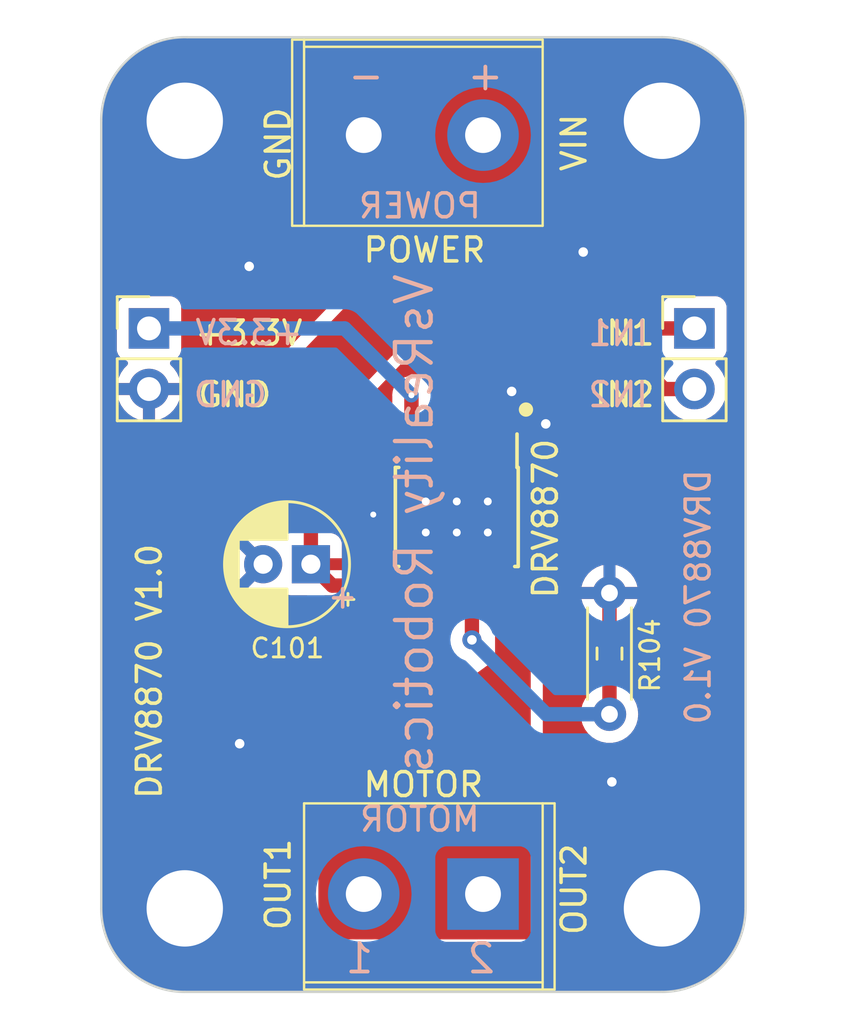
<source format=kicad_pcb>
(kicad_pcb (version 20221018) (generator pcbnew)
  (layers (0 "F.Cu" signal) (31 "B.Cu" signal) (34 "B.Paste" user) (35 "F.Paste" user) (36 "B.SilkS" user "B.Silkscreen") (37 "F.SilkS" user "F.Silkscreen") (38 "B.Mask" user) (39 "F.Mask" user) (44 "Edge.Cuts" user))
  (net 0 "")
  (net 1 "VMOTORS")
  (net 2 "Net-(U102-ISEN)")
  (net 3 "GND")
  (net 4 "OUT1")
  (net 5 "OUT2")
  (net 6 "+3V3")
  (net 7 "IN2")
  (net 8 "IN1")
  (footprint "MountingHole:MountingHole_3.2mm_M3_DIN965_Pad" (layer "F.Cu") (at 140.6 112.2)
    (fp_text reference "H104")
    (fp_text value "MountingHole")
    (pad "1" thru_hole circle (at 0 0) (size 5.6 5.6) (drill 3.2) (layers "*.Cu" "*.Mask") (net 3 "GND"))
  )
  (footprint "VsReality_Footprints:JILN JL126-50002G01" (layer "F.Cu") (at 130.6 79.8)
    (fp_text reference "J103")
    (fp_text value "M0_CONN")
    (fp_line (start -5.5 3.8) (end -5.5 -4) (stroke (width 0.1)) (layer "F.SilkS"))
    (fp_line (start -5 -4) (end -5.5 -4) (stroke (width 0.1)) (layer "F.SilkS"))
    (fp_line (start -5 -4) (end -5 3.8) (stroke (width 0.1)) (layer "F.SilkS"))
    (fp_line (start -5 -4) (end 5 -4) (stroke (width 0.1)) (layer "F.SilkS"))
    (fp_line (start -5 3.8) (end -5.5 3.8) (stroke (width 0.1)) (layer "F.SilkS"))
    (fp_line (start -5 3.8) (end 5 3.8) (stroke (width 0.1)) (layer "F.SilkS"))
    (fp_line (start 5 -3.7) (end -5 -3.7) (stroke (width 0.1)) (layer "F.SilkS"))
    (fp_line (start 5 3.8) (end 5 -4) (stroke (width 0.1)) (layer "F.SilkS"))
    (pad "1" thru_hole rect (at -2.5 0) (size 3 3) (drill 1.5) (layers "*.Cu" "*.Mask") (net 3 "GND"))
    (pad "2" thru_hole circle (at 2.5 0) (size 3 3) (drill 1.5) (layers "*.Cu" "*.Mask") (net 1 "VMOTORS"))
  )
  (footprint "Capacitor_THT:CP_Radial_D5.0mm_P2.00mm" (layer "F.Cu") (at 125.885113 97.78 180)
    (fp_text reference "C101" (at 0.985113 -3.52) (layer "F.SilkS") (effects (font (size 0.8 0.8) (thickness 0.12))))
    (fp_text value "47u")
    (fp_line (start -1.804775 -1.475) (end -1.304775 -1.475) (stroke (width 0.12)) (layer "F.SilkS"))
    (fp_line (start -1.554775 -1.725) (end -1.554775 -1.225) (stroke (width 0.12)) (layer "F.SilkS"))
    (fp_line (start 1 -2.58) (end 1 -1.04) (stroke (width 0.12)) (layer "F.SilkS"))
    (fp_line (start 1 1.04) (end 1 2.58) (stroke (width 0.12)) (layer "F.SilkS"))
    (fp_line (start 1.04 -2.58) (end 1.04 -1.04) (stroke (width 0.12)) (layer "F.SilkS"))
    (fp_line (start 1.04 1.04) (end 1.04 2.58) (stroke (width 0.12)) (layer "F.SilkS"))
    (fp_line (start 1.08 -2.579) (end 1.08 -1.04) (stroke (width 0.12)) (layer "F.SilkS"))
    (fp_line (start 1.08 1.04) (end 1.08 2.579) (stroke (width 0.12)) (layer "F.SilkS"))
    (fp_line (start 1.12 -2.578) (end 1.12 -1.04) (stroke (width 0.12)) (layer "F.SilkS"))
    (fp_line (start 1.12 1.04) (end 1.12 2.578) (stroke (width 0.12)) (layer "F.SilkS"))
    (fp_line (start 1.16 -2.576) (end 1.16 -1.04) (stroke (width 0.12)) (layer "F.SilkS"))
    (fp_line (start 1.16 1.04) (end 1.16 2.576) (stroke (width 0.12)) (layer "F.SilkS"))
    (fp_line (start 1.2 -2.573) (end 1.2 -1.04) (stroke (width 0.12)) (layer "F.SilkS"))
    (fp_line (start 1.2 1.04) (end 1.2 2.573) (stroke (width 0.12)) (layer "F.SilkS"))
    (fp_line (start 1.24 -2.569) (end 1.24 -1.04) (stroke (width 0.12)) (layer "F.SilkS"))
    (fp_line (start 1.24 1.04) (end 1.24 2.569) (stroke (width 0.12)) (layer "F.SilkS"))
    (fp_line (start 1.28 -2.565) (end 1.28 -1.04) (stroke (width 0.12)) (layer "F.SilkS"))
    (fp_line (start 1.28 1.04) (end 1.28 2.565) (stroke (width 0.12)) (layer "F.SilkS"))
    (fp_line (start 1.32 -2.561) (end 1.32 -1.04) (stroke (width 0.12)) (layer "F.SilkS"))
    (fp_line (start 1.32 1.04) (end 1.32 2.561) (stroke (width 0.12)) (layer "F.SilkS"))
    (fp_line (start 1.36 -2.556) (end 1.36 -1.04) (stroke (width 0.12)) (layer "F.SilkS"))
    (fp_line (start 1.36 1.04) (end 1.36 2.556) (stroke (width 0.12)) (layer "F.SilkS"))
    (fp_line (start 1.4 -2.55) (end 1.4 -1.04) (stroke (width 0.12)) (layer "F.SilkS"))
    (fp_line (start 1.4 1.04) (end 1.4 2.55) (stroke (width 0.12)) (layer "F.SilkS"))
    (fp_line (start 1.44 -2.543) (end 1.44 -1.04) (stroke (width 0.12)) (layer "F.SilkS"))
    (fp_line (start 1.44 1.04) (end 1.44 2.543) (stroke (width 0.12)) (layer "F.SilkS"))
    (fp_line (start 1.48 -2.536) (end 1.48 -1.04) (stroke (width 0.12)) (layer "F.SilkS"))
    (fp_line (start 1.48 1.04) (end 1.48 2.536) (stroke (width 0.12)) (layer "F.SilkS"))
    (fp_line (start 1.52 -2.528) (end 1.52 -1.04) (stroke (width 0.12)) (layer "F.SilkS"))
    (fp_line (start 1.52 1.04) (end 1.52 2.528) (stroke (width 0.12)) (layer "F.SilkS"))
    (fp_line (start 1.56 -2.52) (end 1.56 -1.04) (stroke (width 0.12)) (layer "F.SilkS"))
    (fp_line (start 1.56 1.04) (end 1.56 2.52) (stroke (width 0.12)) (layer "F.SilkS"))
    (fp_line (start 1.6 -2.511) (end 1.6 -1.04) (stroke (width 0.12)) (layer "F.SilkS"))
    (fp_line (start 1.6 1.04) (end 1.6 2.511) (stroke (width 0.12)) (layer "F.SilkS"))
    (fp_line (start 1.64 -2.501) (end 1.64 -1.04) (stroke (width 0.12)) (layer "F.SilkS"))
    (fp_line (start 1.64 1.04) (end 1.64 2.501) (stroke (width 0.12)) (layer "F.SilkS"))
    (fp_line (start 1.68 -2.491) (end 1.68 -1.04) (stroke (width 0.12)) (layer "F.SilkS"))
    (fp_line (start 1.68 1.04) (end 1.68 2.491) (stroke (width 0.12)) (layer "F.SilkS"))
    (fp_line (start 1.721 -2.48) (end 1.721 -1.04) (stroke (width 0.12)) (layer "F.SilkS"))
    (fp_line (start 1.721 1.04) (end 1.721 2.48) (stroke (width 0.12)) (layer "F.SilkS"))
    (fp_line (start 1.761 -2.468) (end 1.761 -1.04) (stroke (width 0.12)) (layer "F.SilkS"))
    (fp_line (start 1.761 1.04) (end 1.761 2.468) (stroke (width 0.12)) (layer "F.SilkS"))
    (fp_line (start 1.801 -2.455) (end 1.801 -1.04) (stroke (width 0.12)) (layer "F.SilkS"))
    (fp_line (start 1.801 1.04) (end 1.801 2.455) (stroke (width 0.12)) (layer "F.SilkS"))
    (fp_line (start 1.841 -2.442) (end 1.841 -1.04) (stroke (width 0.12)) (layer "F.SilkS"))
    (fp_line (start 1.841 1.04) (end 1.841 2.442) (stroke (width 0.12)) (layer "F.SilkS"))
    (fp_line (start 1.881 -2.428) (end 1.881 -1.04) (stroke (width 0.12)) (layer "F.SilkS"))
    (fp_line (start 1.881 1.04) (end 1.881 2.428) (stroke (width 0.12)) (layer "F.SilkS"))
    (fp_line (start 1.921 -2.414) (end 1.921 -1.04) (stroke (width 0.12)) (layer "F.SilkS"))
    (fp_line (start 1.921 1.04) (end 1.921 2.414) (stroke (width 0.12)) (layer "F.SilkS"))
    (fp_line (start 1.961 -2.398) (end 1.961 -1.04) (stroke (width 0.12)) (layer "F.SilkS"))
    (fp_line (start 1.961 1.04) (end 1.961 2.398) (stroke (width 0.12)) (layer "F.SilkS"))
    (fp_line (start 2.001 -2.382) (end 2.001 -1.04) (stroke (width 0.12)) (layer "F.SilkS"))
    (fp_line (start 2.001 1.04) (end 2.001 2.382) (stroke (width 0.12)) (layer "F.SilkS"))
    (fp_line (start 2.041 -2.365) (end 2.041 -1.04) (stroke (width 0.12)) (layer "F.SilkS"))
    (fp_line (start 2.041 1.04) (end 2.041 2.365) (stroke (width 0.12)) (layer "F.SilkS"))
    (fp_line (start 2.081 -2.348) (end 2.081 -1.04) (stroke (width 0.12)) (layer "F.SilkS"))
    (fp_line (start 2.081 1.04) (end 2.081 2.348) (stroke (width 0.12)) (layer "F.SilkS"))
    (fp_line (start 2.121 -2.329) (end 2.121 -1.04) (stroke (width 0.12)) (layer "F.SilkS"))
    (fp_line (start 2.121 1.04) (end 2.121 2.329) (stroke (width 0.12)) (layer "F.SilkS"))
    (fp_line (start 2.161 -2.31) (end 2.161 -1.04) (stroke (width 0.12)) (layer "F.SilkS"))
    (fp_line (start 2.161 1.04) (end 2.161 2.31) (stroke (width 0.12)) (layer "F.SilkS"))
    (fp_line (start 2.201 -2.29) (end 2.201 -1.04) (stroke (width 0.12)) (layer "F.SilkS"))
    (fp_line (start 2.201 1.04) (end 2.201 2.29) (stroke (width 0.12)) (layer "F.SilkS"))
    (fp_line (start 2.241 -2.268) (end 2.241 -1.04) (stroke (width 0.12)) (layer "F.SilkS"))
    (fp_line (start 2.241 1.04) (end 2.241 2.268) (stroke (width 0.12)) (layer "F.SilkS"))
    (fp_line (start 2.281 -2.247) (end 2.281 -1.04) (stroke (width 0.12)) (layer "F.SilkS"))
    (fp_line (start 2.281 1.04) (end 2.281 2.247) (stroke (width 0.12)) (layer "F.SilkS"))
    (fp_line (start 2.321 -2.224) (end 2.321 -1.04) (stroke (width 0.12)) (layer "F.SilkS"))
    (fp_line (start 2.321 1.04) (end 2.321 2.224) (stroke (width 0.12)) (layer "F.SilkS"))
    (fp_line (start 2.361 -2.2) (end 2.361 -1.04) (stroke (width 0.12)) (layer "F.SilkS"))
    (fp_line (start 2.361 1.04) (end 2.361 2.2) (stroke (width 0.12)) (layer "F.SilkS"))
    (fp_line (start 2.401 -2.175) (end 2.401 -1.04) (stroke (width 0.12)) (layer "F.SilkS"))
    (fp_line (start 2.401 1.04) (end 2.401 2.175) (stroke (width 0.12)) (layer "F.SilkS"))
    (fp_line (start 2.441 -2.149) (end 2.441 -1.04) (stroke (width 0.12)) (layer "F.SilkS"))
    (fp_line (start 2.441 1.04) (end 2.441 2.149) (stroke (width 0.12)) (layer "F.SilkS"))
    (fp_line (start 2.481 -2.122) (end 2.481 -1.04) (stroke (width 0.12)) (layer "F.SilkS"))
    (fp_line (start 2.481 1.04) (end 2.481 2.122) (stroke (width 0.12)) (layer "F.SilkS"))
    (fp_line (start 2.521 -2.095) (end 2.521 -1.04) (stroke (width 0.12)) (layer "F.SilkS"))
    (fp_line (start 2.521 1.04) (end 2.521 2.095) (stroke (width 0.12)) (layer "F.SilkS"))
    (fp_line (start 2.561 -2.065) (end 2.561 -1.04) (stroke (width 0.12)) (layer "F.SilkS"))
    (fp_line (start 2.561 1.04) (end 2.561 2.065) (stroke (width 0.12)) (layer "F.SilkS"))
    (fp_line (start 2.601 -2.035) (end 2.601 -1.04) (stroke (width 0.12)) (layer "F.SilkS"))
    (fp_line (start 2.601 1.04) (end 2.601 2.035) (stroke (width 0.12)) (layer "F.SilkS"))
    (fp_line (start 2.641 -2.004) (end 2.641 -1.04) (stroke (width 0.12)) (layer "F.SilkS"))
    (fp_line (start 2.641 1.04) (end 2.641 2.004) (stroke (width 0.12)) (layer "F.SilkS"))
    (fp_line (start 2.681 -1.971) (end 2.681 -1.04) (stroke (width 0.12)) (layer "F.SilkS"))
    (fp_line (start 2.681 1.04) (end 2.681 1.971) (stroke (width 0.12)) (layer "F.SilkS"))
    (fp_line (start 2.721 -1.937) (end 2.721 -1.04) (stroke (width 0.12)) (layer "F.SilkS"))
    (fp_line (start 2.721 1.04) (end 2.721 1.937) (stroke (width 0.12)) (layer "F.SilkS"))
    (fp_line (start 2.761 -1.901) (end 2.761 -1.04) (stroke (width 0.12)) (layer "F.SilkS"))
    (fp_line (start 2.761 1.04) (end 2.761 1.901) (stroke (width 0.12)) (layer "F.SilkS"))
    (fp_line (start 2.801 -1.864) (end 2.801 -1.04) (stroke (width 0.12)) (layer "F.SilkS"))
    (fp_line (start 2.801 1.04) (end 2.801 1.864) (stroke (width 0.12)) (layer "F.SilkS"))
    (fp_line (start 2.841 -1.826) (end 2.841 -1.04) (stroke (width 0.12)) (layer "F.SilkS"))
    (fp_line (start 2.841 1.04) (end 2.841 1.826) (stroke (width 0.12)) (layer "F.SilkS"))
    (fp_line (start 2.881 -1.785) (end 2.881 -1.04) (stroke (width 0.12)) (layer "F.SilkS"))
    (fp_line (start 2.881 1.04) (end 2.881 1.785) (stroke (width 0.12)) (layer "F.SilkS"))
    (fp_line (start 2.921 -1.743) (end 2.921 -1.04) (stroke (width 0.12)) (layer "F.SilkS"))
    (fp_line (start 2.921 1.04) (end 2.921 1.743) (stroke (width 0.12)) (layer "F.SilkS"))
    (fp_line (start 2.961 -1.699) (end 2.961 -1.04) (stroke (width 0.12)) (layer "F.SilkS"))
    (fp_line (start 2.961 1.04) (end 2.961 1.699) (stroke (width 0.12)) (layer "F.SilkS"))
    (fp_line (start 3.001 -1.653) (end 3.001 -1.04) (stroke (width 0.12)) (layer "F.SilkS"))
    (fp_line (start 3.001 1.04) (end 3.001 1.653) (stroke (width 0.12)) (layer "F.SilkS"))
    (fp_line (start 3.041 -1.605) (end 3.041 1.605) (stroke (width 0.12)) (layer "F.SilkS"))
    (fp_line (start 3.081 -1.554) (end 3.081 1.554) (stroke (width 0.12)) (layer "F.SilkS"))
    (fp_line (start 3.121 -1.5) (end 3.121 1.5) (stroke (width 0.12)) (layer "F.SilkS"))
    (fp_line (start 3.161 -1.443) (end 3.161 1.443) (stroke (width 0.12)) (layer "F.SilkS"))
    (fp_line (start 3.201 -1.383) (end 3.201 1.383) (stroke (width 0.12)) (layer "F.SilkS"))
    (fp_line (start 3.241 -1.319) (end 3.241 1.319) (stroke (width 0.12)) (layer "F.SilkS"))
    (fp_line (start 3.281 -1.251) (end 3.281 1.251) (stroke (width 0.12)) (layer "F.SilkS"))
    (fp_line (start 3.321 -1.178) (end 3.321 1.178) (stroke (width 0.12)) (layer "F.SilkS"))
    (fp_line (start 3.361 -1.098) (end 3.361 1.098) (stroke (width 0.12)) (layer "F.SilkS"))
    (fp_line (start 3.401 -1.011) (end 3.401 1.011) (stroke (width 0.12)) (layer "F.SilkS"))
    (fp_line (start 3.441 -0.915) (end 3.441 0.915) (stroke (width 0.12)) (layer "F.SilkS"))
    (fp_line (start 3.481 -0.805) (end 3.481 0.805) (stroke (width 0.12)) (layer "F.SilkS"))
    (fp_line (start 3.521 -0.677) (end 3.521 0.677) (stroke (width 0.12)) (layer "F.SilkS"))
    (fp_line (start 3.561 -0.518) (end 3.561 0.518) (stroke (width 0.12)) (layer "F.SilkS"))
    (fp_line (start 3.601 -0.284) (end 3.601 0.284) (stroke (width 0.12)) (layer "F.SilkS"))
    (fp_circle (center 1 0) (end 3.62 0) (stroke (width 0.12)) (fill none) (layer "F.SilkS"))
    (pad "1" thru_hole rect (at 0 0 180) (size 1.6 1.6) (drill 0.8) (layers "*.Cu" "*.Mask") (net 1 "VMOTORS"))
    (pad "2" thru_hole circle (at 2 0 180) (size 1.6 1.6) (drill 0.8) (layers "*.Cu" "*.Mask") (net 3 "GND"))
  )
  (footprint "Connector_PinHeader_2.54mm:PinHeader_1x02_P2.54mm_Vertical" (layer "F.Cu") (at 119.1 87.9)
    (fp_text reference "J104")
    (fp_text value "Conn_01x02_Pin")
    (fp_line (start -1.33 -1.33) (end 0 -1.33) (stroke (width 0.12)) (layer "F.SilkS"))
    (fp_line (start -1.33 0) (end -1.33 -1.33) (stroke (width 0.12)) (layer "F.SilkS"))
    (fp_line (start -1.33 1.27) (end -1.33 3.87) (stroke (width 0.12)) (layer "F.SilkS"))
    (fp_line (start -1.33 1.27) (end 1.33 1.27) (stroke (width 0.12)) (layer "F.SilkS"))
    (fp_line (start -1.33 3.87) (end 1.33 3.87) (stroke (width 0.12)) (layer "F.SilkS"))
    (fp_line (start 1.33 1.27) (end 1.33 3.87) (stroke (width 0.12)) (layer "F.SilkS"))
    (pad "1" thru_hole rect (at 0 0) (size 1.7 1.7) (drill 1) (layers "*.Cu" "*.Mask") (net 6 "+3V3"))
    (pad "2" thru_hole oval (at 0 2.54) (size 1.7 1.7) (drill 1) (layers "*.Cu" "*.Mask") (net 3 "GND"))
  )
  (footprint "Resistor_SMD:R_0603_1608Metric" (layer "F.Cu") (at 138.4 101.525 90)
    (fp_text reference "R104" (at -0.075 1.7 90) (layer "F.SilkS") (effects (font (size 0.8 0.8) (thickness 0.12))))
    (fp_text value "0.15")
    (fp_line (start -0.237258 -0.5225) (end 0.237258 -0.5225) (stroke (width 0.12)) (layer "F.SilkS"))
    (fp_line (start -0.237258 0.5225) (end 0.237258 0.5225) (stroke (width 0.12)) (layer "F.SilkS"))
    (pad "1" smd roundrect (at -0.825 0 90) (size 0.8 0.95) (layers "F.Cu" "F.Paste" "F.Mask") (net 2 "Net-(U102-ISEN)"))
    (pad "2" smd roundrect (at 0.825 0 90) (size 0.8 0.95) (layers "F.Cu" "F.Paste" "F.Mask") (net 3 "GND"))
  )
  (footprint "Resistor_THT:R_Axial_DIN0204_L3.6mm_D1.6mm_P5.08mm_Horizontal" (layer "F.Cu") (at 138.4 104.065 90)
    (fp_text reference "R105")
    (fp_text value "~")
    (fp_line (start 0.62 -0.92) (end 4.46 -0.92) (stroke (width 0.12)) (layer "F.SilkS"))
    (fp_line (start 0.62 0.92) (end 4.46 0.92) (stroke (width 0.12)) (layer "F.SilkS"))
    (pad "1" thru_hole circle (at 0 0 90) (size 1.4 1.4) (drill 0.7) (layers "*.Cu" "*.Mask") (net 2 "Net-(U102-ISEN)"))
    (pad "2" thru_hole oval (at 5.08 0 90) (size 1.4 1.4) (drill 0.7) (layers "*.Cu" "*.Mask") (net 3 "GND"))
  )
  (footprint "MountingHole:MountingHole_3.2mm_M3_DIN965_Pad" (layer "F.Cu") (at 120.6 112.2)
    (fp_text reference "H103")
    (fp_text value "MountingHole")
    (pad "1" thru_hole circle (at 0 0) (size 5.6 5.6) (drill 3.2) (layers "*.Cu" "*.Mask") (net 3 "GND"))
  )
  (footprint "Connector_PinHeader_2.54mm:PinHeader_1x02_P2.54mm_Vertical" (layer "F.Cu") (at 141.96 87.9)
    (fp_text reference "J102")
    (fp_text value "Conn_01x02_Pin")
    (fp_line (start -1.33 -1.33) (end 0 -1.33) (stroke (width 0.12)) (layer "F.SilkS"))
    (fp_line (start -1.33 0) (end -1.33 -1.33) (stroke (width 0.12)) (layer "F.SilkS"))
    (fp_line (start -1.33 1.27) (end -1.33 3.87) (stroke (width 0.12)) (layer "F.SilkS"))
    (fp_line (start -1.33 1.27) (end 1.33 1.27) (stroke (width 0.12)) (layer "F.SilkS"))
    (fp_line (start -1.33 3.87) (end 1.33 3.87) (stroke (width 0.12)) (layer "F.SilkS"))
    (fp_line (start 1.33 1.27) (end 1.33 3.87) (stroke (width 0.12)) (layer "F.SilkS"))
    (pad "1" thru_hole rect (at 0 0) (size 1.7 1.7) (drill 1) (layers "*.Cu" "*.Mask") (net 8 "IN1"))
    (pad "2" thru_hole oval (at 0 2.54) (size 1.7 1.7) (drill 1) (layers "*.Cu" "*.Mask") (net 7 "IN2"))
  )
  (footprint "MountingHole:MountingHole_3.2mm_M3_DIN965_Pad" (layer "F.Cu") (at 140.6 79.2)
    (fp_text reference "H102")
    (fp_text value "MountingHole")
    (pad "1" thru_hole circle (at 0 0) (size 5.6 5.6) (drill 3.2) (layers "*.Cu" "*.Mask") (net 3 "GND"))
  )
  (footprint "VsReality_Footprints:JILN JL126-50002G01" (layer "F.Cu") (at 130.6 111.6 180)
    (fp_text reference "J101")
    (fp_text value "M0_CONN")
    (fp_line (start -5.5 3.8) (end -5.5 -4) (stroke (width 0.1)) (layer "F.SilkS"))
    (fp_line (start -5 -4) (end -5.5 -4) (stroke (width 0.1)) (layer "F.SilkS"))
    (fp_line (start -5 -4) (end -5 3.8) (stroke (width 0.1)) (layer "F.SilkS"))
    (fp_line (start -5 -4) (end 5 -4) (stroke (width 0.1)) (layer "F.SilkS"))
    (fp_line (start -5 3.8) (end -5.5 3.8) (stroke (width 0.1)) (layer "F.SilkS"))
    (fp_line (start -5 3.8) (end 5 3.8) (stroke (width 0.1)) (layer "F.SilkS"))
    (fp_line (start 5 -3.7) (end -5 -3.7) (stroke (width 0.1)) (layer "F.SilkS"))
    (fp_line (start 5 3.8) (end 5 -4) (stroke (width 0.1)) (layer "F.SilkS"))
    (pad "1" thru_hole rect (at -2.5 0 180) (size 3 3) (drill 1.5) (layers "*.Cu" "*.Mask") (net 5 "OUT2"))
    (pad "2" thru_hole circle (at 2.5 0 180) (size 3 3) (drill 1.5) (layers "*.Cu" "*.Mask") (net 4 "OUT1"))
  )
  (footprint "MountingHole:MountingHole_3.2mm_M3_DIN965_Pad" (layer "F.Cu") (at 120.6 79.2)
    (fp_text reference "H101")
    (fp_text value "MountingHole")
    (pad "1" thru_hole circle (at 0 0) (size 5.6 5.6) (drill 3.2) (layers "*.Cu" "*.Mask") (net 3 "GND"))
  )
  (footprint "Package_SO:Texas_HTSOP-8-1EP_3.9x4.9mm_P1.27mm_EP2.95x4.9mm_Mask2.4x3.1mm_ThermalVias" (layer "F.Cu") (at 132 95.8 -90)
    (fp_text reference "U102")
    (fp_text value "DRV8870DDA")
    (fp_line (start -2.075 -2.575) (end -2.075 -2.525) (stroke (width 0.15)) (layer "F.SilkS"))
    (fp_line (start -2.075 -2.575) (end 2.075 -2.575) (stroke (width 0.15)) (layer "F.SilkS"))
    (fp_line (start -2.075 -2.525) (end -3.475 -2.525) (stroke (width 0.15)) (layer "F.SilkS"))
    (fp_line (start -2.075 2.575) (end -2.075 2.43) (stroke (width 0.15)) (layer "F.SilkS"))
    (fp_line (start -2.075 2.575) (end 2.075 2.575) (stroke (width 0.15)) (layer "F.SilkS"))
    (fp_line (start 2.075 -2.575) (end 2.075 -2.43) (stroke (width 0.15)) (layer "F.SilkS"))
    (fp_line (start 2.075 2.575) (end 2.075 2.43) (stroke (width 0.15)) (layer "F.SilkS"))
    (pad "1" smd rect (at -2.875 -1.905 270) (size 2.2 0.5) (layers "F.Cu" "F.Paste" "F.Mask") (net 3 "GND"))
    (pad "2" smd rect (at -2.875 -0.635 270) (size 2.2 0.5) (layers "F.Cu" "F.Paste" "F.Mask") (net 7 "IN2"))
    (pad "3" smd rect (at -2.875 0.635 270) (size 2.2 0.5) (layers "F.Cu" "F.Paste" "F.Mask") (net 8 "IN1"))
    (pad "4" smd rect (at -2.875 1.905 270) (size 2.2 0.5) (layers "F.Cu" "F.Paste" "F.Mask") (net 6 "+3V3"))
    (pad "5" smd rect (at 2.875 1.905 270) (size 2.2 0.5) (layers "F.Cu" "F.Paste" "F.Mask") (net 1 "VMOTORS"))
    (pad "6" smd rect (at 2.875 0.635 270) (size 2.2 0.5) (layers "F.Cu" "F.Paste" "F.Mask") (net 4 "OUT1"))
    (pad "7" smd rect (at 2.875 -0.635 270) (size 2.2 0.5) (layers "F.Cu" "F.Paste" "F.Mask") (net 2 "Net-(U102-ISEN)"))
    (pad "8" smd rect (at 2.875 -1.905 270) (size 2.2 0.5) (layers "F.Cu" "F.Paste" "F.Mask") (net 5 "OUT2"))
    (pad "9" thru_hole circle (at -0.65 -1.3 270) (size 0.63 0.63) (drill 0.33) (layers "*.Cu" "*.Mask") (net 3 "GND"))
    (pad "9" thru_hole circle (at -0.65 0 270) (size 0.63 0.63) (drill 0.33) (layers "*.Cu" "*.Mask") (net 3 "GND"))
    (pad "9" thru_hole circle (at -0.65 1.3 270) (size 0.63 0.63) (drill 0.33) (layers "*.Cu" "*.Mask") (net 3 "GND"))
    (pad "9" smd rect (at 0 0 270) (size 2.6 3.3) (layers "B.Cu") (net 3 "GND"))
    (pad "9" smd rect (at 0 0 270) (size 2.95 4.9) (layers "F.Cu") (net 3 "GND"))
    (pad "9" thru_hole circle (at 0.65 -1.3 270) (size 0.63 0.63) (drill 0.33) (layers "*.Cu" "*.Mask") (net 3 "GND"))
    (pad "9" thru_hole circle (at 0.65 0 270) (size 0.63 0.63) (drill 0.33) (layers "*.Cu" "*.Mask") (net 3 "GND"))
    (pad "9" thru_hole circle (at 0.65 1.3 270) (size 0.63 0.63) (drill 0.33) (layers "*.Cu" "*.Mask") (net 3 "GND"))
  )
  (gr_circle (center 134.9 91.3) (end 135.05 91.3) (stroke (width 0.3)) (fill none) (layer "F.SilkS"))
  (gr_line (start 144.1 112.2) (end 144.1 79.2) (stroke (width 0.1)) (layer "Edge.Cuts"))
  (gr_arc (start 117.098572 79.2) (mid 118.159728 76.68901) (end 120.7 75.7) (stroke (width 0.1)) (layer "Edge.Cuts"))
  (gr_arc (start 144.1 112.2) (mid 143.074874 114.674874) (end 140.6 115.7) (stroke (width 0.1)) (layer "Edge.Cuts"))
  (gr_arc (start 120.6 115.7) (mid 118.125126 114.674874) (end 117.1 112.2) (stroke (width 0.1)) (layer "Edge.Cuts"))
  (gr_line (start 120.7 75.7) (end 140.6 75.7) (stroke (width 0.1)) (layer "Edge.Cuts"))
  (gr_line (start 117.098572 79.2) (end 117.1 112.2) (stroke (width 0.1)) (layer "Edge.Cuts"))
  (gr_line (start 120.6 115.7) (end 140.6 115.7) (stroke (width 0.1)) (layer "Edge.Cuts"))
  (gr_arc (start 140.6 75.7) (mid 143.074874 76.725126) (end 144.1 79.2) (stroke (width 0.1)) (layer "Edge.Cuts"))
  (gr_text "1" (at 128.6 115) (layer "B.SilkS") (effects (font (size 1.2 1.2) (thickness 0.16)) (justify left bottom mirror)))
  (gr_text "+3.3V" (at 125.63 88.66) (layer "B.SilkS") (effects (font (size 1 1)) (justify left bottom mirror)))
  (gr_text "-" (at 127.35 78) (layer "B.SilkS") (effects (font (size 1.2 1.2) (thickness 0.16)) (justify left bottom)))
  (gr_text "MOTOR" (at 133.05 109.05) (layer "B.SilkS") (effects (font (size 1 1)) (justify left bottom mirror)))
  (gr_text "+" (at 132.35 78) (layer "B.SilkS") (effects (font (size 1.2 1.2) (thickness 0.16)) (justify left bottom)))
  (gr_text "DRV8870 V1.0" (at 142.7 93.72 90) (layer "B.SilkS") (effects (font (size 1 1)) (justify left bottom mirror)))
  (gr_text "+" (at 126.5 99.7) (layer "B.SilkS") (effects (font (size 1 1)) (justify left bottom)))
  (gr_text "2" (at 133.7 115) (layer "B.SilkS") (effects (font (size 1.2 1.2) (thickness 0.16)) (justify left bottom mirror)))
  (gr_text "IN2" (at 140.1 91.26) (layer "B.SilkS") (effects (font (size 1 1) (thickness 0.15) bold) (justify left bottom mirror)))
  (gr_text "POWER" (at 133.1 83.35) (layer "B.SilkS") (effects (font (size 1 1)) (justify left bottom mirror)))
  (gr_text "IN1" (at 140.1 88.7) (layer "B.SilkS") (effects (font (size 1 1) (thickness 0.15) bold) (justify left bottom mirror)))
  (gr_text "GND" (at 124.13 91.26) (layer "B.SilkS") (effects (font (size 1 1)) (justify left bottom mirror)))
  (gr_text "VsReality Robotics" (at 131.1 85.5 90) (layer "B.SilkS") (effects (font (size 1.5 1.5) (thickness 0.18)) (justify left bottom mirror)))
  (gr_text "DRV8870" (at 136.3 99.3 90) (layer "F.SilkS") (effects (font (size 1 1)) (justify left bottom)))
  (gr_text "GND" (at 121.07 91.26) (layer "F.SilkS") (effects (font (size 1 1)) (justify left bottom)))
  (gr_text "IN1" (at 137.7 88.68) (layer "F.SilkS") (effects (font (size 1 1) (thickness 0.15) bold) (justify left bottom)))
  (gr_text "POWER" (at 128 85.2) (layer "F.SilkS") (effects (font (size 1 1)) (justify left bottom)))
  (gr_text "MOTOR" (at 128 107.6) (layer "F.SilkS") (effects (font (size 1 1)) (justify left bottom)))
  (gr_text "DRV8870 V1.0" (at 119.7 107.7 90) (layer "F.SilkS") (effects (font (size 1 1)) (justify left bottom)))
  (gr_text "IN2" (at 137.7 91.26) (layer "F.SilkS") (effects (font (size 1 1) (thickness 0.15) bold) (justify left bottom)))
  (gr_text "GND" (at 125.1 81.8 90) (layer "F.SilkS") (effects (font (size 1 1)) (justify left bottom)))
  (gr_text "OUT2" (at 137.5 113.4 90) (layer "F.SilkS") (effects (font (size 1 1)) (justify left bottom)))
  (gr_text "+3.3V" (at 120.95 88.68) (layer "F.SilkS") (effects (font (size 1 1) (thickness 0.15) bold) (justify left bottom)))
  (gr_text "VIN" (at 137.5 81.4 90) (layer "F.SilkS") (effects (font (size 1 1)) (justify left bottom)))
  (gr_text "OUT1" (at 125.1 113.2 90) (layer "F.SilkS") (effects (font (size 1 1)) (justify left bottom)))
  (segment (start 125.885113 90.154887) (end 125.885113 97.78) (width 0.6) (layer "F.Cu") (net 1))
  (segment (start 133.1 79.8) (end 133.1 82.94) (width 0.6) (layer "F.Cu") (net 1))
  (segment (start 130.095 98.675) (end 126.780113 98.675) (width 0.6) (layer "F.Cu") (net 1))
  (segment (start 126.780113 98.675) (end 125.885113 97.78) (width 0.6) (layer "F.Cu") (net 1))
  (segment (start 133.1 82.94) (end 125.885113 90.154887) (width 0.6) (layer "F.Cu") (net 1))
  (segment (start 132.635 100.95) (end 132.635 98.675) (width 0.6) (layer "F.Cu") (net 2))
  (segment (start 138.4 102.35) (end 138.4 104.065) (width 0.6) (layer "F.Cu") (net 2))
  (via (at 132.635 100.95) (size 0.8) (drill 0.4) (layers "F.Cu" "B.Cu") (net 2))
  (segment (start 132.635 100.95) (end 135.75 104.065) (width 0.6) (layer "B.Cu") (net 2))
  (segment (start 135.75 104.065) (end 138.4 104.065) (width 0.6) (layer "B.Cu") (net 2))
  (segment (start 138.4 100.885051) (end 138.4 100.7) (width 0.6) (layer "F.Cu") (net 3))
  (segment (start 138.4 100.7) (end 138.4 98.985) (width 0.6) (layer "F.Cu") (net 3))
  (via (at 128.5 95.7) (size 0.6) (drill 0.25) (layers "F.Cu" "B.Cu") (net 3))
  (via (at 135.73 91.9) (size 0.8) (drill 0.4) (layers "F.Cu" "B.Cu") (net 3))
  (via (at 137.3 84.7) (size 0.8) (drill 0.4) (layers "F.Cu" "B.Cu") (net 3))
  (via (at 138.5 106.9) (size 0.8) (drill 0.4) (layers "F.Cu" "B.Cu") (net 3))
  (via (at 123.3 85.3) (size 0.8) (drill 0.4) (layers "F.Cu" "B.Cu") (net 3))
  (via (at 122.9 105.3) (size 0.8) (drill 0.4) (layers "F.Cu" "B.Cu") (net 3))
  (via (at 134.3 90.54) (size 0.8) (drill 0.4) (layers "F.Cu" "B.Cu") (net 3))
  (segment (start 131.365 98.675) (end 131.365 101.615) (width 0.6) (layer "F.Cu") (net 4))
  (segment (start 128.1 110.325) (end 128.1 110.7) (width 0.4) (layer "F.Cu") (net 4))
  (segment (start 131.365 101.615) (end 128.1 104.88) (width 0.6) (layer "F.Cu") (net 4))
  (segment (start 128.1 104.88) (end 128.1 111.6) (width 0.6) (layer "F.Cu") (net 4))
  (segment (start 133.1 110.7) (end 133.6 110.2) (width 0.4) (layer "F.Cu") (net 5))
  (segment (start 133.905 98.675) (end 133.905 110.795) (width 0.6) (layer "F.Cu") (net 5))
  (segment (start 133.1 111.6) (end 133.6 111.1) (width 0.4) (layer "F.Cu") (net 5))
  (segment (start 133.905 110.795) (end 133.1 111.6) (width 0.6) (layer "F.Cu") (net 5))
  (segment (start 130.1 90.7) (end 130.1 92.92) (width 0.6) (layer "F.Cu") (net 6))
  (segment (start 130.1 92.92) (end 130.095 92.925) (width 0.6) (layer "F.Cu") (net 6))
  (via (at 130.1 90.7) (size 0.6) (drill 0.25) (layers "F.Cu" "B.Cu") (net 6))
  (segment (start 127.3 87.9) (end 130.1 90.7) (width 0.6) (layer "B.Cu") (net 6))
  (segment (start 119.1 87.9) (end 127.3 87.9) (width 0.6) (layer "B.Cu") (net 6))
  (segment (start 132.635 90.255) (end 132.635 92.925) (width 0.6) (layer "F.Cu") (net 7))
  (segment (start 140.69 90.44) (end 139.35 89.1) (width 0.6) (layer "F.Cu") (net 7))
  (segment (start 141.96 90.44) (end 140.69 90.44) (width 0.6) (layer "F.Cu") (net 7))
  (segment (start 139.35 89.1) (end 133.79 89.1) (width 0.6) (layer "F.Cu") (net 7))
  (segment (start 133.79 89.1) (end 132.635 90.255) (width 0.6) (layer "F.Cu") (net 7))
  (segment (start 133.04 87.9) (end 141.96 87.9) (width 0.6) (layer "F.Cu") (net 8))
  (segment (start 131.365 92.925) (end 131.365 89.575) (width 0.6) (layer "F.Cu") (net 8))
  (segment (start 131.365 89.575) (end 133.04 87.9) (width 0.6) (layer "F.Cu") (net 8))
  (zone (net 5) (net_name "OUT2") (layer "F.Cu") (priority 3) (connect_pads (clearance 0.1)) (min_thickness 0.25) (fill yes (thermal_gap 0.5) (thermal_bridge_width 0.5))
    (polygon (pts (xy 130.9 113.5) (xy 135.1 113.5) (xy 135.1 100.3) (xy 134.2 97.6) (xy 133.65 97.6) (xy 133.65 101.75) (xy 132.35 102.7) (xy 130.85 105.3)))
  )
  (zone (net 1) (net_name "VMOTORS") (layer "F.Cu") (priority 1) (connect_pads (clearance 0.1)) (min_thickness 0.25) (fill yes (thermal_gap 0.5) (thermal_bridge_width 0.5))
    (polygon (pts (xy 130.9 77.7) (xy 135.3 77.7) (xy 135.3 83.1) (xy 132.7 85.5) (xy 127.7 90.7) (xy 127.7 91.9) (xy 127.7 96.8) (xy 128.5 97.7) (xy 129.9 97.7) (xy 130.3 97.7) (xy 130.3 99.8) (xy 127.3 99.8) (xy 125.1 98.6) (xy 125.1 89.3) (xy 130.9 83.3)))
  )
  (zone (net 4) (net_name "OUT1") (layer "F.Cu") (priority 2) (connect_pads (clearance 0.1)) (min_thickness 0.25) (fill yes (thermal_gap 0.5) (thermal_bridge_width 0.5))
    (polygon (pts (xy 126.2 111.2) (xy 126.2 113.5) (xy 130.2 113.5) (xy 130.2 104.5) (xy 131.7 102.1) (xy 131.7 99) (xy 131.05 99) (xy 131.05 99.8) (xy 126.2 105.3)))
  )
  (zone (net 3) (net_name "GND") (layer "F.Cu") (connect_pads (clearance 0.5)) (min_thickness 0.25) (fill yes (thermal_gap 0.5) (thermal_bridge_width 0.5))
    (polygon (pts (xy 117.1 75.7) (xy 144.1 75.7) (xy 144.1 115.7) (xy 117.1 115.7)))
  )
  (zone (net 3) (net_name "GND") (layer "B.Cu") (connect_pads (clearance 0.5)) (min_thickness 0.25) (fill yes (thermal_gap 0.5) (thermal_bridge_width 0.5))
    (polygon (pts (xy 117.1 75.7) (xy 144.1 75.7) (xy 144.1 115.7) (xy 117.1 115.7)))
  )
)
</source>
